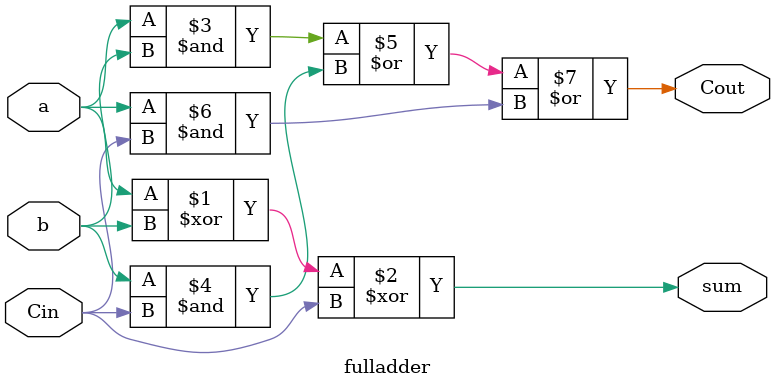
<source format=v>
module fulladder(input a, b, Cin, output sum, Cout);
  assign sum = a ^ b ^ Cin;
  assign Cout = (a & b) | (b & Cin) | (a & Cin);
endmodule
</source>
